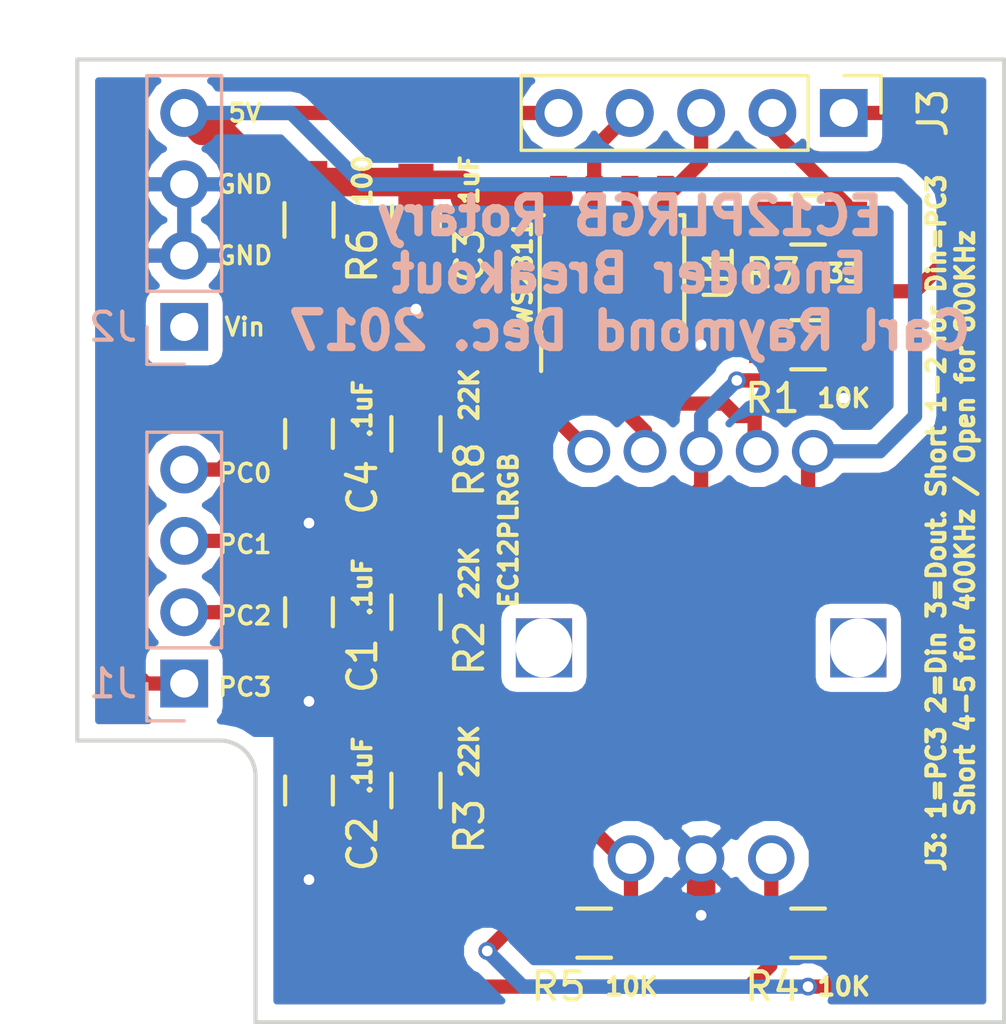
<source format=kicad_pcb>
(kicad_pcb (version 4) (host pcbnew 4.0.7)

  (general
    (links 35)
    (no_connects 0)
    (area 109.779999 53.264999 142.950001 87.705001)
    (thickness 1.6)
    (drawings 17)
    (tracks 134)
    (zones 0)
    (modules 17)
    (nets 19)
  )

  (page A4)
  (layers
    (0 F.Cu signal)
    (31 B.Cu signal)
    (32 B.Adhes user hide)
    (33 F.Adhes user hide)
    (34 B.Paste user)
    (35 F.Paste user)
    (36 B.SilkS user)
    (37 F.SilkS user)
    (38 B.Mask user)
    (39 F.Mask user)
    (40 Dwgs.User user)
    (41 Cmts.User user)
    (42 Eco1.User user)
    (43 Eco2.User user)
    (44 Edge.Cuts user)
    (45 Margin user)
    (46 B.CrtYd user)
    (47 F.CrtYd user)
    (48 B.Fab user)
    (49 F.Fab user)
  )

  (setup
    (last_trace_width 0.508)
    (user_trace_width 0.508)
    (user_trace_width 1.016)
    (trace_clearance 0.254)
    (zone_clearance 0.508)
    (zone_45_only yes)
    (trace_min 0.2)
    (segment_width 0.2)
    (edge_width 0.15)
    (via_size 0.635)
    (via_drill 0.381)
    (via_min_size 0.4)
    (via_min_drill 0.3)
    (uvia_size 0.3)
    (uvia_drill 0.1)
    (uvias_allowed no)
    (uvia_min_size 0.2)
    (uvia_min_drill 0.1)
    (pcb_text_width 0.3)
    (pcb_text_size 1.5 1.5)
    (mod_edge_width 0.15)
    (mod_text_size 1 1)
    (mod_text_width 0.15)
    (pad_size 1.7 1.7)
    (pad_drill 1)
    (pad_to_mask_clearance 0.2)
    (aux_axis_origin 103.505 79.375)
    (visible_elements FFFFEF7F)
    (pcbplotparams
      (layerselection 0x010f0_80000001)
      (usegerberextensions false)
      (excludeedgelayer false)
      (linewidth 0.100000)
      (plotframeref false)
      (viasonmask false)
      (mode 1)
      (useauxorigin false)
      (hpglpennumber 1)
      (hpglpenspeed 20)
      (hpglpendiameter 15)
      (hpglpenoverlay 2)
      (psnegative false)
      (psa4output false)
      (plotreference true)
      (plotvalue true)
      (plotinvisibletext false)
      (padsonsilk false)
      (subtractmaskfromsilk false)
      (outputformat 4)
      (mirror false)
      (drillshape 2)
      (scaleselection 1)
      (outputdirectory pdf/))
  )

  (net 0 "")
  (net 1 "Net-(C1-Pad1)")
  (net 2 GND)
  (net 3 "Net-(C2-Pad1)")
  (net 4 +5V)
  (net 5 "Net-(R2-Pad1)")
  (net 6 "Net-(R3-Pad1)")
  (net 7 "Net-(SW1-Pad2)")
  (net 8 "Net-(SW1-Pad1)")
  (net 9 "Net-(SW1-Pad4)")
  (net 10 "Net-(C3-Pad2)")
  (net 11 "Net-(C4-Pad1)")
  (net 12 "Net-(R1-Pad1)")
  (net 13 "Net-(R7-Pad1)")
  (net 14 "Net-(J3-Pad2)")
  (net 15 "Net-(J1-Pad1)")
  (net 16 "Net-(J2-Pad1)")
  (net 17 "Net-(J3-Pad4)")
  (net 18 "Net-(J3-Pad3)")

  (net_class Default "This is the default net class."
    (clearance 0.254)
    (trace_width 0.508)
    (via_dia 0.635)
    (via_drill 0.381)
    (uvia_dia 0.3)
    (uvia_drill 0.1)
    (add_net +5V)
    (add_net GND)
    (add_net "Net-(C1-Pad1)")
    (add_net "Net-(C2-Pad1)")
    (add_net "Net-(C3-Pad2)")
    (add_net "Net-(C4-Pad1)")
    (add_net "Net-(J1-Pad1)")
    (add_net "Net-(J2-Pad1)")
    (add_net "Net-(J3-Pad2)")
    (add_net "Net-(J3-Pad3)")
    (add_net "Net-(J3-Pad4)")
    (add_net "Net-(R1-Pad1)")
    (add_net "Net-(R2-Pad1)")
    (add_net "Net-(R3-Pad1)")
    (add_net "Net-(R7-Pad1)")
    (add_net "Net-(SW1-Pad1)")
    (add_net "Net-(SW1-Pad2)")
    (add_net "Net-(SW1-Pad4)")
  )

  (net_class Power ""
    (clearance 0.254)
    (trace_width 1.016)
    (via_dia 1.27)
    (via_drill 0.381)
    (uvia_dia 0.3)
    (uvia_drill 0.1)
  )

  (module lib_fp:EC12PLRGB_Rotary_Encoder (layer F.Cu) (tedit 5A46E4C3) (tstamp 5A221B47)
    (at 132.08 74.295)
    (path /5A49622F)
    (fp_text reference SW1 (at 8.495 0 90) (layer F.SilkS) hide
      (effects (font (size 1 1) (thickness 0.15)))
    )
    (fp_text value EC12PLRGB (at -6.858 -4.191 90) (layer F.SilkS)
      (effects (font (size 0.635 0.635) (thickness 0.15)))
    )
    (fp_line (start -6.223 6.604) (end 6.223 6.604) (layer F.CrtYd) (width 0.15))
    (fp_line (start -6.223 -6.604) (end -6.223 6.604) (layer F.CrtYd) (width 0.15))
    (fp_line (start 6.223 -6.604) (end -6.223 -6.604) (layer F.CrtYd) (width 0.15))
    (fp_line (start 6.223 -6.604) (end 6.223 6.604) (layer F.CrtYd) (width 0.15))
    (fp_line (start 6.223 6.604) (end 6.223 -6.604) (layer F.CrtYd) (width 0.15))
    (pad 3 thru_hole circle (at 0 -7) (size 1.524 1.524) (drill 1) (layers *.Cu *.Mask)
      (net 12 "Net-(R1-Pad1)"))
    (pad 2 thru_hole circle (at -2 -7) (size 1.524 1.524) (drill 1) (layers *.Cu *.Mask)
      (net 7 "Net-(SW1-Pad2)"))
    (pad 1 thru_hole circle (at -4 -7) (size 1.524 1.524) (drill 1) (layers *.Cu *.Mask)
      (net 8 "Net-(SW1-Pad1)"))
    (pad 4 thru_hole circle (at 2 -7) (size 1.524 1.524) (drill 1) (layers *.Cu *.Mask)
      (net 9 "Net-(SW1-Pad4)"))
    (pad 5 thru_hole circle (at 4 -7) (size 1.524 1.524) (drill 1) (layers *.Cu *.Mask)
      (net 4 +5V))
    (pad C thru_hole circle (at 0 7.5) (size 1.65 1.65) (drill 1.1) (layers *.Cu *.Mask)
      (net 2 GND))
    (pad A thru_hole circle (at -2.5 7.5) (size 1.65 1.65) (drill 1.1) (layers *.Cu *.Mask)
      (net 5 "Net-(R2-Pad1)"))
    (pad B thru_hole circle (at 2.5 7.5) (size 1.65 1.65) (drill 1.1) (layers *.Cu *.Mask)
      (net 6 "Net-(R3-Pad1)"))
    (pad "" np_thru_hole rect (at -5.6 0) (size 2 2.1) (drill oval 2 2.1) (layers *.Cu *.Mask))
    (pad "" np_thru_hole rect (at 5.6 0) (size 2 2.1) (drill oval 2 2.1) (layers *.Cu *.Mask))
  )

  (module lib_fp:C_0805_HandSoldering (layer F.Cu) (tedit 5A28DE31) (tstamp 5A2DF03E)
    (at 118.11 73.025 270)
    (descr "Capacitor SMD 0805, hand soldering")
    (tags "capacitor 0805")
    (path /5A221690)
    (attr smd)
    (fp_text reference C1 (at 1.905 -1.905 270) (layer F.SilkS)
      (effects (font (size 1 1) (thickness 0.15)))
    )
    (fp_text value .1uF (at -0.889 -1.905 270) (layer F.SilkS)
      (effects (font (size 0.635 0.635) (thickness 0.15)))
    )
    (fp_line (start -1 0.625) (end -1 -0.625) (layer F.Fab) (width 0.15))
    (fp_line (start 1 0.625) (end -1 0.625) (layer F.Fab) (width 0.15))
    (fp_line (start 1 -0.625) (end 1 0.625) (layer F.Fab) (width 0.15))
    (fp_line (start -1 -0.625) (end 1 -0.625) (layer F.Fab) (width 0.15))
    (fp_line (start -2.3 -1) (end 2.3 -1) (layer F.CrtYd) (width 0.05))
    (fp_line (start -2.3 1) (end 2.3 1) (layer F.CrtYd) (width 0.05))
    (fp_line (start -2.3 -1) (end -2.3 1) (layer F.CrtYd) (width 0.05))
    (fp_line (start 2.3 -1) (end 2.3 1) (layer F.CrtYd) (width 0.05))
    (fp_line (start 0.5 -0.85) (end -0.5 -0.85) (layer F.SilkS) (width 0.15))
    (fp_line (start -0.5 0.85) (end 0.5 0.85) (layer F.SilkS) (width 0.15))
    (pad 1 smd rect (at -1.25 0 270) (size 1.5 1.25) (layers F.Cu F.Paste F.Mask)
      (net 1 "Net-(C1-Pad1)"))
    (pad 2 smd rect (at 1.25 0 270) (size 1.5 1.25) (layers F.Cu F.Paste F.Mask)
      (net 2 GND))
    (model Capacitors_SMD.3dshapes/C_0805.wrl
      (at (xyz 0 0 0))
      (scale (xyz 1 1 1))
      (rotate (xyz 0 0 0))
    )
  )

  (module lib_fp:C_0805_HandSoldering (layer F.Cu) (tedit 5A28DE31) (tstamp 5A2DF04D)
    (at 118.11 79.375 270)
    (descr "Capacitor SMD 0805, hand soldering")
    (tags "capacitor 0805")
    (path /5A2216CB)
    (attr smd)
    (fp_text reference C2 (at 1.905 -1.905 270) (layer F.SilkS)
      (effects (font (size 1 1) (thickness 0.15)))
    )
    (fp_text value .1uF (at -0.889 -1.905 270) (layer F.SilkS)
      (effects (font (size 0.635 0.635) (thickness 0.15)))
    )
    (fp_line (start -1 0.625) (end -1 -0.625) (layer F.Fab) (width 0.15))
    (fp_line (start 1 0.625) (end -1 0.625) (layer F.Fab) (width 0.15))
    (fp_line (start 1 -0.625) (end 1 0.625) (layer F.Fab) (width 0.15))
    (fp_line (start -1 -0.625) (end 1 -0.625) (layer F.Fab) (width 0.15))
    (fp_line (start -2.3 -1) (end 2.3 -1) (layer F.CrtYd) (width 0.05))
    (fp_line (start -2.3 1) (end 2.3 1) (layer F.CrtYd) (width 0.05))
    (fp_line (start -2.3 -1) (end -2.3 1) (layer F.CrtYd) (width 0.05))
    (fp_line (start 2.3 -1) (end 2.3 1) (layer F.CrtYd) (width 0.05))
    (fp_line (start 0.5 -0.85) (end -0.5 -0.85) (layer F.SilkS) (width 0.15))
    (fp_line (start -0.5 0.85) (end 0.5 0.85) (layer F.SilkS) (width 0.15))
    (pad 1 smd rect (at -1.25 0 270) (size 1.5 1.25) (layers F.Cu F.Paste F.Mask)
      (net 3 "Net-(C2-Pad1)"))
    (pad 2 smd rect (at 1.25 0 270) (size 1.5 1.25) (layers F.Cu F.Paste F.Mask)
      (net 2 GND))
    (model Capacitors_SMD.3dshapes/C_0805.wrl
      (at (xyz 0 0 0))
      (scale (xyz 1 1 1))
      (rotate (xyz 0 0 0))
    )
  )

  (module lib_fp:C_0805_HandSoldering (layer F.Cu) (tedit 5A28DE31) (tstamp 5A2DF05C)
    (at 121.92 59.055 90)
    (descr "Capacitor SMD 0805, hand soldering")
    (tags "capacitor 0805")
    (path /5A22280E)
    (attr smd)
    (fp_text reference C3 (at -1.27 1.905 90) (layer F.SilkS)
      (effects (font (size 1 1) (thickness 0.15)))
    )
    (fp_text value .1uF (at 1.27 1.905 90) (layer F.SilkS)
      (effects (font (size 0.635 0.635) (thickness 0.15)))
    )
    (fp_line (start -1 0.625) (end -1 -0.625) (layer F.Fab) (width 0.15))
    (fp_line (start 1 0.625) (end -1 0.625) (layer F.Fab) (width 0.15))
    (fp_line (start 1 -0.625) (end 1 0.625) (layer F.Fab) (width 0.15))
    (fp_line (start -1 -0.625) (end 1 -0.625) (layer F.Fab) (width 0.15))
    (fp_line (start -2.3 -1) (end 2.3 -1) (layer F.CrtYd) (width 0.05))
    (fp_line (start -2.3 1) (end 2.3 1) (layer F.CrtYd) (width 0.05))
    (fp_line (start -2.3 -1) (end -2.3 1) (layer F.CrtYd) (width 0.05))
    (fp_line (start 2.3 -1) (end 2.3 1) (layer F.CrtYd) (width 0.05))
    (fp_line (start 0.5 -0.85) (end -0.5 -0.85) (layer F.SilkS) (width 0.15))
    (fp_line (start -0.5 0.85) (end 0.5 0.85) (layer F.SilkS) (width 0.15))
    (pad 1 smd rect (at -1.25 0 90) (size 1.5 1.25) (layers F.Cu F.Paste F.Mask)
      (net 2 GND))
    (pad 2 smd rect (at 1.25 0 90) (size 1.5 1.25) (layers F.Cu F.Paste F.Mask)
      (net 10 "Net-(C3-Pad2)"))
    (model Capacitors_SMD.3dshapes/C_0805.wrl
      (at (xyz 0 0 0))
      (scale (xyz 1 1 1))
      (rotate (xyz 0 0 0))
    )
  )

  (module lib_fp:C_0805_HandSoldering (layer F.Cu) (tedit 5A28DE31) (tstamp 5A2DF06B)
    (at 118.11 66.675 270)
    (descr "Capacitor SMD 0805, hand soldering")
    (tags "capacitor 0805")
    (path /5A233F5E)
    (attr smd)
    (fp_text reference C4 (at 1.905 -1.905 270) (layer F.SilkS)
      (effects (font (size 1 1) (thickness 0.15)))
    )
    (fp_text value .1uF (at -0.889 -1.905 270) (layer F.SilkS)
      (effects (font (size 0.635 0.635) (thickness 0.15)))
    )
    (fp_line (start -1 0.625) (end -1 -0.625) (layer F.Fab) (width 0.15))
    (fp_line (start 1 0.625) (end -1 0.625) (layer F.Fab) (width 0.15))
    (fp_line (start 1 -0.625) (end 1 0.625) (layer F.Fab) (width 0.15))
    (fp_line (start -1 -0.625) (end 1 -0.625) (layer F.Fab) (width 0.15))
    (fp_line (start -2.3 -1) (end 2.3 -1) (layer F.CrtYd) (width 0.05))
    (fp_line (start -2.3 1) (end 2.3 1) (layer F.CrtYd) (width 0.05))
    (fp_line (start -2.3 -1) (end -2.3 1) (layer F.CrtYd) (width 0.05))
    (fp_line (start 2.3 -1) (end 2.3 1) (layer F.CrtYd) (width 0.05))
    (fp_line (start 0.5 -0.85) (end -0.5 -0.85) (layer F.SilkS) (width 0.15))
    (fp_line (start -0.5 0.85) (end 0.5 0.85) (layer F.SilkS) (width 0.15))
    (pad 1 smd rect (at -1.25 0 270) (size 1.5 1.25) (layers F.Cu F.Paste F.Mask)
      (net 11 "Net-(C4-Pad1)"))
    (pad 2 smd rect (at 1.25 0 270) (size 1.5 1.25) (layers F.Cu F.Paste F.Mask)
      (net 2 GND))
    (model Capacitors_SMD.3dshapes/C_0805.wrl
      (at (xyz 0 0 0))
      (scale (xyz 1 1 1))
      (rotate (xyz 0 0 0))
    )
  )

  (module lib_fp:Pin_Header_Straight_1x04_Pitch2.54mm (layer B.Cu) (tedit 59650532) (tstamp 5A2DF07A)
    (at 113.665 75.565)
    (descr "Through hole straight pin header, 1x04, 2.54mm pitch, single row")
    (tags "Through hole pin header THT 1x04 2.54mm single row")
    (path /5A222349)
    (fp_text reference J1 (at -2.54 0) (layer B.SilkS)
      (effects (font (size 1 1) (thickness 0.15)) (justify mirror))
    )
    (fp_text value Conn_01x04_Male (at -5.715 -2.54 270) (layer B.Fab)
      (effects (font (size 1 1) (thickness 0.15)) (justify mirror))
    )
    (fp_line (start -0.635 1.27) (end 1.27 1.27) (layer B.Fab) (width 0.1))
    (fp_line (start 1.27 1.27) (end 1.27 -8.89) (layer B.Fab) (width 0.1))
    (fp_line (start 1.27 -8.89) (end -1.27 -8.89) (layer B.Fab) (width 0.1))
    (fp_line (start -1.27 -8.89) (end -1.27 0.635) (layer B.Fab) (width 0.1))
    (fp_line (start -1.27 0.635) (end -0.635 1.27) (layer B.Fab) (width 0.1))
    (fp_line (start -1.33 -8.95) (end 1.33 -8.95) (layer B.SilkS) (width 0.12))
    (fp_line (start -1.33 -1.27) (end -1.33 -8.95) (layer B.SilkS) (width 0.12))
    (fp_line (start 1.33 -1.27) (end 1.33 -8.95) (layer B.SilkS) (width 0.12))
    (fp_line (start -1.33 -1.27) (end 1.33 -1.27) (layer B.SilkS) (width 0.12))
    (fp_line (start -1.33 0) (end -1.33 1.33) (layer B.SilkS) (width 0.12))
    (fp_line (start -1.33 1.33) (end 0 1.33) (layer B.SilkS) (width 0.12))
    (fp_line (start -1.8 1.8) (end -1.8 -9.4) (layer B.CrtYd) (width 0.05))
    (fp_line (start -1.8 -9.4) (end 1.8 -9.4) (layer B.CrtYd) (width 0.05))
    (fp_line (start 1.8 -9.4) (end 1.8 1.8) (layer B.CrtYd) (width 0.05))
    (fp_line (start 1.8 1.8) (end -1.8 1.8) (layer B.CrtYd) (width 0.05))
    (fp_text user %R (at -1.905 1.27 90) (layer F.Fab)
      (effects (font (size 1 1) (thickness 0.15)))
    )
    (pad 1 thru_hole rect (at 0 0) (size 1.7 1.7) (drill 1) (layers *.Cu *.Mask)
      (net 15 "Net-(J1-Pad1)"))
    (pad 2 thru_hole oval (at 0 -2.54) (size 1.7 1.7) (drill 1) (layers *.Cu *.Mask)
      (net 3 "Net-(C2-Pad1)"))
    (pad 3 thru_hole oval (at 0 -5.08) (size 1.7 1.7) (drill 1) (layers *.Cu *.Mask)
      (net 1 "Net-(C1-Pad1)"))
    (pad 4 thru_hole oval (at 0 -7.62) (size 1.7 1.7) (drill 1) (layers *.Cu *.Mask)
      (net 11 "Net-(C4-Pad1)"))
    (model ${KISYS3DMOD}/Pin_Headers.3dshapes/Pin_Header_Straight_1x04_Pitch2.54mm.wrl
      (at (xyz 0 0 0))
      (scale (xyz 1 1 1))
      (rotate (xyz 0 0 0))
    )
  )

  (module lib_fp:Pin_Header_Straight_1x04_Pitch2.54mm (layer B.Cu) (tedit 59650532) (tstamp 5A2DF091)
    (at 113.665 62.865)
    (descr "Through hole straight pin header, 1x04, 2.54mm pitch, single row")
    (tags "Through hole pin header THT 1x04 2.54mm single row")
    (path /5A22155E)
    (fp_text reference J2 (at -2.54 0) (layer B.SilkS)
      (effects (font (size 1 1) (thickness 0.15)) (justify mirror))
    )
    (fp_text value Conn_01x04_Male (at -5.715 -2.54 270) (layer B.Fab)
      (effects (font (size 1 1) (thickness 0.15)) (justify mirror))
    )
    (fp_line (start -0.635 1.27) (end 1.27 1.27) (layer B.Fab) (width 0.1))
    (fp_line (start 1.27 1.27) (end 1.27 -8.89) (layer B.Fab) (width 0.1))
    (fp_line (start 1.27 -8.89) (end -1.27 -8.89) (layer B.Fab) (width 0.1))
    (fp_line (start -1.27 -8.89) (end -1.27 0.635) (layer B.Fab) (width 0.1))
    (fp_line (start -1.27 0.635) (end -0.635 1.27) (layer B.Fab) (width 0.1))
    (fp_line (start -1.33 -8.95) (end 1.33 -8.95) (layer B.SilkS) (width 0.12))
    (fp_line (start -1.33 -1.27) (end -1.33 -8.95) (layer B.SilkS) (width 0.12))
    (fp_line (start 1.33 -1.27) (end 1.33 -8.95) (layer B.SilkS) (width 0.12))
    (fp_line (start -1.33 -1.27) (end 1.33 -1.27) (layer B.SilkS) (width 0.12))
    (fp_line (start -1.33 0) (end -1.33 1.33) (layer B.SilkS) (width 0.12))
    (fp_line (start -1.33 1.33) (end 0 1.33) (layer B.SilkS) (width 0.12))
    (fp_line (start -1.8 1.8) (end -1.8 -9.4) (layer B.CrtYd) (width 0.05))
    (fp_line (start -1.8 -9.4) (end 1.8 -9.4) (layer B.CrtYd) (width 0.05))
    (fp_line (start 1.8 -9.4) (end 1.8 1.8) (layer B.CrtYd) (width 0.05))
    (fp_line (start 1.8 1.8) (end -1.8 1.8) (layer B.CrtYd) (width 0.05))
    (fp_text user %R (at -1.905 1.27 90) (layer F.Fab)
      (effects (font (size 1 1) (thickness 0.15)))
    )
    (pad 1 thru_hole rect (at 0 0) (size 1.7 1.7) (drill 1) (layers *.Cu *.Mask)
      (net 16 "Net-(J2-Pad1)"))
    (pad 2 thru_hole oval (at 0 -2.54) (size 1.7 1.7) (drill 1) (layers *.Cu *.Mask)
      (net 2 GND))
    (pad 3 thru_hole oval (at 0 -5.08) (size 1.7 1.7) (drill 1) (layers *.Cu *.Mask)
      (net 2 GND))
    (pad 4 thru_hole oval (at 0 -7.62) (size 1.7 1.7) (drill 1) (layers *.Cu *.Mask)
      (net 4 +5V))
    (model ${KISYS3DMOD}/Pin_Headers.3dshapes/Pin_Header_Straight_1x04_Pitch2.54mm.wrl
      (at (xyz 0 0 0))
      (scale (xyz 1 1 1))
      (rotate (xyz 0 0 0))
    )
  )

  (module lib_fp:Pin_Header_Straight_1x05_Pitch2.54mm (layer F.Cu) (tedit 59650532) (tstamp 5A2DF0A8)
    (at 137.16 55.245 270)
    (descr "Through hole straight pin header, 1x05, 2.54mm pitch, single row")
    (tags "Through hole pin header THT 1x05 2.54mm single row")
    (path /5A28BDF7)
    (fp_text reference J3 (at 0 -3.175 450) (layer F.SilkS)
      (effects (font (size 1 1) (thickness 0.15)))
    )
    (fp_text value Conn_01x05_Male (at -3.175 4.445 360) (layer F.Fab)
      (effects (font (size 1 1) (thickness 0.15)))
    )
    (fp_line (start -0.635 -1.27) (end 1.27 -1.27) (layer F.Fab) (width 0.1))
    (fp_line (start 1.27 -1.27) (end 1.27 11.43) (layer F.Fab) (width 0.1))
    (fp_line (start 1.27 11.43) (end -1.27 11.43) (layer F.Fab) (width 0.1))
    (fp_line (start -1.27 11.43) (end -1.27 -0.635) (layer F.Fab) (width 0.1))
    (fp_line (start -1.27 -0.635) (end -0.635 -1.27) (layer F.Fab) (width 0.1))
    (fp_line (start -1.33 11.49) (end 1.33 11.49) (layer F.SilkS) (width 0.12))
    (fp_line (start -1.33 1.27) (end -1.33 11.49) (layer F.SilkS) (width 0.12))
    (fp_line (start 1.33 1.27) (end 1.33 11.49) (layer F.SilkS) (width 0.12))
    (fp_line (start -1.33 1.27) (end 1.33 1.27) (layer F.SilkS) (width 0.12))
    (fp_line (start -1.33 0) (end -1.33 -1.33) (layer F.SilkS) (width 0.12))
    (fp_line (start -1.33 -1.33) (end 0 -1.33) (layer F.SilkS) (width 0.12))
    (fp_line (start -1.8 -1.8) (end -1.8 11.95) (layer F.CrtYd) (width 0.05))
    (fp_line (start -1.8 11.95) (end 1.8 11.95) (layer F.CrtYd) (width 0.05))
    (fp_line (start 1.8 11.95) (end 1.8 -1.8) (layer F.CrtYd) (width 0.05))
    (fp_line (start 1.8 -1.8) (end -1.8 -1.8) (layer F.CrtYd) (width 0.05))
    (fp_text user %R (at 0 5.08 360) (layer F.Fab)
      (effects (font (size 1 1) (thickness 0.15)))
    )
    (pad 1 thru_hole rect (at 0 0 270) (size 1.7 1.7) (drill 1) (layers *.Cu *.Mask)
      (net 15 "Net-(J1-Pad1)"))
    (pad 2 thru_hole oval (at 0 2.54 270) (size 1.7 1.7) (drill 1) (layers *.Cu *.Mask)
      (net 14 "Net-(J3-Pad2)"))
    (pad 3 thru_hole oval (at 0 5.08 270) (size 1.7 1.7) (drill 1) (layers *.Cu *.Mask)
      (net 18 "Net-(J3-Pad3)"))
    (pad 4 thru_hole oval (at 0 7.62 270) (size 1.7 1.7) (drill 1) (layers *.Cu *.Mask)
      (net 17 "Net-(J3-Pad4)"))
    (pad 5 thru_hole oval (at 0 10.16 270) (size 1.7 1.7) (drill 1) (layers *.Cu *.Mask)
      (net 4 +5V))
    (model ${KISYS3DMOD}/Pin_Headers.3dshapes/Pin_Header_Straight_1x05_Pitch2.54mm.wrl
      (at (xyz 0 0 0))
      (scale (xyz 1 1 1))
      (rotate (xyz 0 0 0))
    )
  )

  (module lib_fp:R_0805_HandSoldering (layer F.Cu) (tedit 5A28DF52) (tstamp 5A2DF0C0)
    (at 135.89 63.5)
    (descr "Resistor SMD 0805, hand soldering")
    (tags "resistor 0805")
    (path /5A22251D)
    (attr smd)
    (fp_text reference R1 (at -1.27 1.905 180) (layer F.SilkS)
      (effects (font (size 1 1) (thickness 0.15)))
    )
    (fp_text value 10K (at 1.27 1.905) (layer F.SilkS)
      (effects (font (size 0.635 0.635) (thickness 0.15)))
    )
    (fp_line (start -1 0.625) (end -1 -0.625) (layer F.Fab) (width 0.1))
    (fp_line (start 1 0.625) (end -1 0.625) (layer F.Fab) (width 0.1))
    (fp_line (start 1 -0.625) (end 1 0.625) (layer F.Fab) (width 0.1))
    (fp_line (start -1 -0.625) (end 1 -0.625) (layer F.Fab) (width 0.1))
    (fp_line (start -2.4 -1) (end 2.4 -1) (layer F.CrtYd) (width 0.05))
    (fp_line (start -2.4 1) (end 2.4 1) (layer F.CrtYd) (width 0.05))
    (fp_line (start -2.4 -1) (end -2.4 1) (layer F.CrtYd) (width 0.05))
    (fp_line (start 2.4 -1) (end 2.4 1) (layer F.CrtYd) (width 0.05))
    (fp_line (start 0.6 0.875) (end -0.6 0.875) (layer F.SilkS) (width 0.15))
    (fp_line (start -0.6 -0.875) (end 0.6 -0.875) (layer F.SilkS) (width 0.15))
    (pad 1 smd rect (at -1.35 0) (size 1.5 1.3) (layers F.Cu F.Paste F.Mask)
      (net 12 "Net-(R1-Pad1)"))
    (pad 2 smd rect (at 1.35 0) (size 1.5 1.3) (layers F.Cu F.Paste F.Mask)
      (net 2 GND))
    (model Resistors_SMD.3dshapes/R_0805.wrl
      (at (xyz 0 0 0))
      (scale (xyz 1 1 1))
      (rotate (xyz 0 0 0))
    )
  )

  (module lib_fp:R_0805_HandSoldering (layer F.Cu) (tedit 5A28DF52) (tstamp 5A2DF0CF)
    (at 121.92 73.025 90)
    (descr "Resistor SMD 0805, hand soldering")
    (tags "resistor 0805")
    (path /5A221649)
    (attr smd)
    (fp_text reference R2 (at -1.27 1.905 270) (layer F.SilkS)
      (effects (font (size 1 1) (thickness 0.15)))
    )
    (fp_text value 22K (at 1.397 1.905 90) (layer F.SilkS)
      (effects (font (size 0.635 0.635) (thickness 0.15)))
    )
    (fp_line (start -1 0.625) (end -1 -0.625) (layer F.Fab) (width 0.1))
    (fp_line (start 1 0.625) (end -1 0.625) (layer F.Fab) (width 0.1))
    (fp_line (start 1 -0.625) (end 1 0.625) (layer F.Fab) (width 0.1))
    (fp_line (start -1 -0.625) (end 1 -0.625) (layer F.Fab) (width 0.1))
    (fp_line (start -2.4 -1) (end 2.4 -1) (layer F.CrtYd) (width 0.05))
    (fp_line (start -2.4 1) (end 2.4 1) (layer F.CrtYd) (width 0.05))
    (fp_line (start -2.4 -1) (end -2.4 1) (layer F.CrtYd) (width 0.05))
    (fp_line (start 2.4 -1) (end 2.4 1) (layer F.CrtYd) (width 0.05))
    (fp_line (start 0.6 0.875) (end -0.6 0.875) (layer F.SilkS) (width 0.15))
    (fp_line (start -0.6 -0.875) (end 0.6 -0.875) (layer F.SilkS) (width 0.15))
    (pad 1 smd rect (at -1.35 0 90) (size 1.5 1.3) (layers F.Cu F.Paste F.Mask)
      (net 5 "Net-(R2-Pad1)"))
    (pad 2 smd rect (at 1.35 0 90) (size 1.5 1.3) (layers F.Cu F.Paste F.Mask)
      (net 1 "Net-(C1-Pad1)"))
    (model Resistors_SMD.3dshapes/R_0805.wrl
      (at (xyz 0 0 0))
      (scale (xyz 1 1 1))
      (rotate (xyz 0 0 0))
    )
  )

  (module lib_fp:R_0805_HandSoldering (layer F.Cu) (tedit 5A28DF52) (tstamp 5A2DF0DE)
    (at 121.92 79.375 90)
    (descr "Resistor SMD 0805, hand soldering")
    (tags "resistor 0805")
    (path /5A22170A)
    (attr smd)
    (fp_text reference R3 (at -1.27 1.905 270) (layer F.SilkS)
      (effects (font (size 1 1) (thickness 0.15)))
    )
    (fp_text value 22K (at 1.397 1.905 90) (layer F.SilkS)
      (effects (font (size 0.635 0.635) (thickness 0.15)))
    )
    (fp_line (start -1 0.625) (end -1 -0.625) (layer F.Fab) (width 0.1))
    (fp_line (start 1 0.625) (end -1 0.625) (layer F.Fab) (width 0.1))
    (fp_line (start 1 -0.625) (end 1 0.625) (layer F.Fab) (width 0.1))
    (fp_line (start -1 -0.625) (end 1 -0.625) (layer F.Fab) (width 0.1))
    (fp_line (start -2.4 -1) (end 2.4 -1) (layer F.CrtYd) (width 0.05))
    (fp_line (start -2.4 1) (end 2.4 1) (layer F.CrtYd) (width 0.05))
    (fp_line (start -2.4 -1) (end -2.4 1) (layer F.CrtYd) (width 0.05))
    (fp_line (start 2.4 -1) (end 2.4 1) (layer F.CrtYd) (width 0.05))
    (fp_line (start 0.6 0.875) (end -0.6 0.875) (layer F.SilkS) (width 0.15))
    (fp_line (start -0.6 -0.875) (end 0.6 -0.875) (layer F.SilkS) (width 0.15))
    (pad 1 smd rect (at -1.35 0 90) (size 1.5 1.3) (layers F.Cu F.Paste F.Mask)
      (net 6 "Net-(R3-Pad1)"))
    (pad 2 smd rect (at 1.35 0 90) (size 1.5 1.3) (layers F.Cu F.Paste F.Mask)
      (net 3 "Net-(C2-Pad1)"))
    (model Resistors_SMD.3dshapes/R_0805.wrl
      (at (xyz 0 0 0))
      (scale (xyz 1 1 1))
      (rotate (xyz 0 0 0))
    )
  )

  (module lib_fp:R_0805_HandSoldering (layer F.Cu) (tedit 5A28DF52) (tstamp 5A2DF0ED)
    (at 135.89 84.455 180)
    (descr "Resistor SMD 0805, hand soldering")
    (tags "resistor 0805")
    (path /5A221747)
    (attr smd)
    (fp_text reference R4 (at 1.27 -1.905 360) (layer F.SilkS)
      (effects (font (size 1 1) (thickness 0.15)))
    )
    (fp_text value 10K (at -1.27 -1.905 180) (layer F.SilkS)
      (effects (font (size 0.635 0.635) (thickness 0.15)))
    )
    (fp_line (start -1 0.625) (end -1 -0.625) (layer F.Fab) (width 0.1))
    (fp_line (start 1 0.625) (end -1 0.625) (layer F.Fab) (width 0.1))
    (fp_line (start 1 -0.625) (end 1 0.625) (layer F.Fab) (width 0.1))
    (fp_line (start -1 -0.625) (end 1 -0.625) (layer F.Fab) (width 0.1))
    (fp_line (start -2.4 -1) (end 2.4 -1) (layer F.CrtYd) (width 0.05))
    (fp_line (start -2.4 1) (end 2.4 1) (layer F.CrtYd) (width 0.05))
    (fp_line (start -2.4 -1) (end -2.4 1) (layer F.CrtYd) (width 0.05))
    (fp_line (start 2.4 -1) (end 2.4 1) (layer F.CrtYd) (width 0.05))
    (fp_line (start 0.6 0.875) (end -0.6 0.875) (layer F.SilkS) (width 0.15))
    (fp_line (start -0.6 -0.875) (end 0.6 -0.875) (layer F.SilkS) (width 0.15))
    (pad 1 smd rect (at -1.35 0 180) (size 1.5 1.3) (layers F.Cu F.Paste F.Mask)
      (net 4 +5V))
    (pad 2 smd rect (at 1.35 0 180) (size 1.5 1.3) (layers F.Cu F.Paste F.Mask)
      (net 6 "Net-(R3-Pad1)"))
    (model Resistors_SMD.3dshapes/R_0805.wrl
      (at (xyz 0 0 0))
      (scale (xyz 1 1 1))
      (rotate (xyz 0 0 0))
    )
  )

  (module lib_fp:R_0805_HandSoldering (layer F.Cu) (tedit 5A28DF52) (tstamp 5A2DF0FC)
    (at 128.27 84.455)
    (descr "Resistor SMD 0805, hand soldering")
    (tags "resistor 0805")
    (path /5A22160F)
    (attr smd)
    (fp_text reference R5 (at -1.27 1.905 180) (layer F.SilkS)
      (effects (font (size 1 1) (thickness 0.15)))
    )
    (fp_text value 10K (at 1.33 1.905) (layer F.SilkS)
      (effects (font (size 0.635 0.635) (thickness 0.15)))
    )
    (fp_line (start -1 0.625) (end -1 -0.625) (layer F.Fab) (width 0.1))
    (fp_line (start 1 0.625) (end -1 0.625) (layer F.Fab) (width 0.1))
    (fp_line (start 1 -0.625) (end 1 0.625) (layer F.Fab) (width 0.1))
    (fp_line (start -1 -0.625) (end 1 -0.625) (layer F.Fab) (width 0.1))
    (fp_line (start -2.4 -1) (end 2.4 -1) (layer F.CrtYd) (width 0.05))
    (fp_line (start -2.4 1) (end 2.4 1) (layer F.CrtYd) (width 0.05))
    (fp_line (start -2.4 -1) (end -2.4 1) (layer F.CrtYd) (width 0.05))
    (fp_line (start 2.4 -1) (end 2.4 1) (layer F.CrtYd) (width 0.05))
    (fp_line (start 0.6 0.875) (end -0.6 0.875) (layer F.SilkS) (width 0.15))
    (fp_line (start -0.6 -0.875) (end 0.6 -0.875) (layer F.SilkS) (width 0.15))
    (pad 1 smd rect (at -1.35 0) (size 1.5 1.3) (layers F.Cu F.Paste F.Mask)
      (net 4 +5V))
    (pad 2 smd rect (at 1.35 0) (size 1.5 1.3) (layers F.Cu F.Paste F.Mask)
      (net 5 "Net-(R2-Pad1)"))
    (model Resistors_SMD.3dshapes/R_0805.wrl
      (at (xyz 0 0 0))
      (scale (xyz 1 1 1))
      (rotate (xyz 0 0 0))
    )
  )

  (module lib_fp:R_0805_HandSoldering (layer F.Cu) (tedit 5A28DF52) (tstamp 5A2DF10B)
    (at 118.11 59.055 90)
    (descr "Resistor SMD 0805, hand soldering")
    (tags "resistor 0805")
    (path /5A22270B)
    (attr smd)
    (fp_text reference R6 (at -1.27 1.905 270) (layer F.SilkS)
      (effects (font (size 1 1) (thickness 0.15)))
    )
    (fp_text value 100 (at 1.397 1.905 90) (layer F.SilkS)
      (effects (font (size 0.635 0.635) (thickness 0.15)))
    )
    (fp_line (start -1 0.625) (end -1 -0.625) (layer F.Fab) (width 0.1))
    (fp_line (start 1 0.625) (end -1 0.625) (layer F.Fab) (width 0.1))
    (fp_line (start 1 -0.625) (end 1 0.625) (layer F.Fab) (width 0.1))
    (fp_line (start -1 -0.625) (end 1 -0.625) (layer F.Fab) (width 0.1))
    (fp_line (start -2.4 -1) (end 2.4 -1) (layer F.CrtYd) (width 0.05))
    (fp_line (start -2.4 1) (end 2.4 1) (layer F.CrtYd) (width 0.05))
    (fp_line (start -2.4 -1) (end -2.4 1) (layer F.CrtYd) (width 0.05))
    (fp_line (start 2.4 -1) (end 2.4 1) (layer F.CrtYd) (width 0.05))
    (fp_line (start 0.6 0.875) (end -0.6 0.875) (layer F.SilkS) (width 0.15))
    (fp_line (start -0.6 -0.875) (end 0.6 -0.875) (layer F.SilkS) (width 0.15))
    (pad 1 smd rect (at -1.35 0 90) (size 1.5 1.3) (layers F.Cu F.Paste F.Mask)
      (net 4 +5V))
    (pad 2 smd rect (at 1.35 0 90) (size 1.5 1.3) (layers F.Cu F.Paste F.Mask)
      (net 10 "Net-(C3-Pad2)"))
    (model Resistors_SMD.3dshapes/R_0805.wrl
      (at (xyz 0 0 0))
      (scale (xyz 1 1 1))
      (rotate (xyz 0 0 0))
    )
  )

  (module lib_fp:R_0805_HandSoldering (layer F.Cu) (tedit 5A28DF52) (tstamp 5A2DF11A)
    (at 135.89 59.055)
    (descr "Resistor SMD 0805, hand soldering")
    (tags "resistor 0805")
    (path /5A222BBB)
    (attr smd)
    (fp_text reference R7 (at -1.27 1.905 180) (layer F.SilkS)
      (effects (font (size 1 1) (thickness 0.15)))
    )
    (fp_text value 33 (at 1.27 1.905) (layer F.SilkS)
      (effects (font (size 0.635 0.635) (thickness 0.15)))
    )
    (fp_line (start -1 0.625) (end -1 -0.625) (layer F.Fab) (width 0.1))
    (fp_line (start 1 0.625) (end -1 0.625) (layer F.Fab) (width 0.1))
    (fp_line (start 1 -0.625) (end 1 0.625) (layer F.Fab) (width 0.1))
    (fp_line (start -1 -0.625) (end 1 -0.625) (layer F.Fab) (width 0.1))
    (fp_line (start -2.4 -1) (end 2.4 -1) (layer F.CrtYd) (width 0.05))
    (fp_line (start -2.4 1) (end 2.4 1) (layer F.CrtYd) (width 0.05))
    (fp_line (start -2.4 -1) (end -2.4 1) (layer F.CrtYd) (width 0.05))
    (fp_line (start 2.4 -1) (end 2.4 1) (layer F.CrtYd) (width 0.05))
    (fp_line (start 0.6 0.875) (end -0.6 0.875) (layer F.SilkS) (width 0.15))
    (fp_line (start -0.6 -0.875) (end 0.6 -0.875) (layer F.SilkS) (width 0.15))
    (pad 1 smd rect (at -1.35 0) (size 1.5 1.3) (layers F.Cu F.Paste F.Mask)
      (net 13 "Net-(R7-Pad1)"))
    (pad 2 smd rect (at 1.35 0) (size 1.5 1.3) (layers F.Cu F.Paste F.Mask)
      (net 14 "Net-(J3-Pad2)"))
    (model Resistors_SMD.3dshapes/R_0805.wrl
      (at (xyz 0 0 0))
      (scale (xyz 1 1 1))
      (rotate (xyz 0 0 0))
    )
  )

  (module lib_fp:R_0805_HandSoldering (layer F.Cu) (tedit 5A28DF52) (tstamp 5A2DF129)
    (at 121.92 66.675 90)
    (descr "Resistor SMD 0805, hand soldering")
    (tags "resistor 0805")
    (path /5A233FB6)
    (attr smd)
    (fp_text reference R8 (at -1.27 1.905 270) (layer F.SilkS)
      (effects (font (size 1 1) (thickness 0.15)))
    )
    (fp_text value 22K (at 1.397 1.905 90) (layer F.SilkS)
      (effects (font (size 0.635 0.635) (thickness 0.15)))
    )
    (fp_line (start -1 0.625) (end -1 -0.625) (layer F.Fab) (width 0.1))
    (fp_line (start 1 0.625) (end -1 0.625) (layer F.Fab) (width 0.1))
    (fp_line (start 1 -0.625) (end 1 0.625) (layer F.Fab) (width 0.1))
    (fp_line (start -1 -0.625) (end 1 -0.625) (layer F.Fab) (width 0.1))
    (fp_line (start -2.4 -1) (end 2.4 -1) (layer F.CrtYd) (width 0.05))
    (fp_line (start -2.4 1) (end 2.4 1) (layer F.CrtYd) (width 0.05))
    (fp_line (start -2.4 -1) (end -2.4 1) (layer F.CrtYd) (width 0.05))
    (fp_line (start 2.4 -1) (end 2.4 1) (layer F.CrtYd) (width 0.05))
    (fp_line (start 0.6 0.875) (end -0.6 0.875) (layer F.SilkS) (width 0.15))
    (fp_line (start -0.6 -0.875) (end 0.6 -0.875) (layer F.SilkS) (width 0.15))
    (pad 1 smd rect (at -1.35 0 90) (size 1.5 1.3) (layers F.Cu F.Paste F.Mask)
      (net 12 "Net-(R1-Pad1)"))
    (pad 2 smd rect (at 1.35 0 90) (size 1.5 1.3) (layers F.Cu F.Paste F.Mask)
      (net 11 "Net-(C4-Pad1)"))
    (model Resistors_SMD.3dshapes/R_0805.wrl
      (at (xyz 0 0 0))
      (scale (xyz 1 1 1))
      (rotate (xyz 0 0 0))
    )
  )

  (module lib_fp:SOIC-8_3.9x4.9mm_Pitch1.27mm (layer F.Cu) (tedit 5A349C68) (tstamp 5A2DF138)
    (at 128.905 60.96 90)
    (descr "8-Lead Plastic Small Outline (SN) - Narrow, 3.90 mm Body [SOIC] (see Microchip Packaging Specification 00000049BS.pdf)")
    (tags "SOIC 1.27")
    (path /5A221510)
    (attr smd)
    (fp_text reference U1 (at 0 3.81 90) (layer F.SilkS)
      (effects (font (size 1 1) (thickness 0.15)))
    )
    (fp_text value WS2811 (at 0 -3.175 90) (layer F.SilkS)
      (effects (font (size 0.635 0.635) (thickness 0.15)))
    )
    (fp_line (start -0.95 -2.45) (end 1.95 -2.45) (layer F.Fab) (width 0.15))
    (fp_line (start 1.95 -2.45) (end 1.95 2.45) (layer F.Fab) (width 0.15))
    (fp_line (start 1.95 2.45) (end -1.95 2.45) (layer F.Fab) (width 0.15))
    (fp_line (start -1.95 2.45) (end -1.95 -1.45) (layer F.Fab) (width 0.15))
    (fp_line (start -1.95 -1.45) (end -0.95 -2.45) (layer F.Fab) (width 0.15))
    (fp_line (start -3.75 -2.75) (end -3.75 2.75) (layer F.CrtYd) (width 0.05))
    (fp_line (start 3.75 -2.75) (end 3.75 2.75) (layer F.CrtYd) (width 0.05))
    (fp_line (start -3.75 -2.75) (end 3.75 -2.75) (layer F.CrtYd) (width 0.05))
    (fp_line (start -3.75 2.75) (end 3.75 2.75) (layer F.CrtYd) (width 0.05))
    (fp_line (start -2.075 -2.575) (end -2.075 -2.525) (layer F.SilkS) (width 0.15))
    (fp_line (start 2.075 -2.575) (end 2.075 -2.43) (layer F.SilkS) (width 0.15))
    (fp_line (start 2.075 2.575) (end 2.075 2.43) (layer F.SilkS) (width 0.15))
    (fp_line (start -2.075 2.575) (end -2.075 2.43) (layer F.SilkS) (width 0.15))
    (fp_line (start -2.075 -2.575) (end 2.075 -2.575) (layer F.SilkS) (width 0.15))
    (fp_line (start -2.075 2.575) (end 2.075 2.575) (layer F.SilkS) (width 0.15))
    (fp_line (start -2.075 -2.525) (end -3.475 -2.525) (layer F.SilkS) (width 0.15))
    (pad 1 smd rect (at -2.7 -1.905 90) (size 1.55 0.6) (layers F.Cu F.Paste F.Mask)
      (net 8 "Net-(SW1-Pad1)"))
    (pad 2 smd rect (at -2.7 -0.635 90) (size 1.55 0.6) (layers F.Cu F.Paste F.Mask)
      (net 7 "Net-(SW1-Pad2)"))
    (pad 3 smd rect (at -2.7 0.635 90) (size 1.55 0.6) (layers F.Cu F.Paste F.Mask)
      (net 9 "Net-(SW1-Pad4)"))
    (pad 4 smd rect (at -2.7 1.905 90) (size 1.55 0.6) (layers F.Cu F.Paste F.Mask)
      (net 2 GND))
    (pad 5 smd rect (at 2.7 1.905 90) (size 1.55 0.6) (layers F.Cu F.Paste F.Mask)
      (net 18 "Net-(J3-Pad3)"))
    (pad 6 smd rect (at 2.7 0.635 90) (size 1.55 0.6) (layers F.Cu F.Paste F.Mask)
      (net 13 "Net-(R7-Pad1)"))
    (pad 7 smd rect (at 2.7 -0.635 90) (size 1.55 0.6) (layers F.Cu F.Paste F.Mask)
      (net 17 "Net-(J3-Pad4)"))
    (pad 8 smd rect (at 2.7 -1.905 90) (size 1.55 0.6) (layers F.Cu F.Paste F.Mask)
      (net 10 "Net-(C3-Pad2)"))
    (model Housings_SOIC.3dshapes/SOIC-8_3.9x4.9mm_Pitch1.27mm.wrl
      (at (xyz 0 0 0))
      (scale (xyz 1 1 1))
      (rotate (xyz 0 0 0))
    )
  )

  (gr_text "EC12PLRGB Rotary\nEncoder Breakout\nCarl Raymond Dec. 2017" (at 129.54 60.96) (layer B.SilkS)
    (effects (font (size 1.27 1.27) (thickness 0.3)) (justify mirror))
  )
  (gr_text "J3: 1=PC3 2=Din 3=Dout. Short 1-2 for Din=PC3\nShort 4-5 for 400KHz / Open for 800KHz" (at 140.97 69.85 90) (layer F.SilkS)
    (effects (font (size 0.635 0.635) (thickness 0.15875)))
  )
  (gr_arc (start 114.935 78.867) (end 114.935 77.597) (angle 90) (layer Edge.Cuts) (width 0.15))
  (gr_line (start 116.205 78.867) (end 116.205 87.63) (layer Edge.Cuts) (width 0.15))
  (gr_line (start 109.855 77.597) (end 114.935 77.597) (layer Edge.Cuts) (width 0.15))
  (gr_text PC0 (at 115.824 68.072) (layer F.SilkS) (tstamp 5A28C7E0)
    (effects (font (size 0.635 0.635) (thickness 0.127)))
  )
  (gr_text PC1 (at 115.824 70.612) (layer F.SilkS) (tstamp 5A28C7DD)
    (effects (font (size 0.635 0.635) (thickness 0.127)))
  )
  (gr_text PC2 (at 115.824 73.152) (layer F.SilkS) (tstamp 5A28C7DA)
    (effects (font (size 0.635 0.635) (thickness 0.127)))
  )
  (gr_text 5V (at 115.824 55.245) (layer F.SilkS)
    (effects (font (size 0.635 0.635) (thickness 0.127)))
  )
  (gr_text GND (at 115.824 57.785) (layer F.SilkS) (tstamp 5A28C7C5)
    (effects (font (size 0.635 0.635) (thickness 0.127)))
  )
  (gr_text GND (at 115.824 60.325) (layer F.SilkS)
    (effects (font (size 0.635 0.635) (thickness 0.127)))
  )
  (gr_text PC3 (at 115.824 75.692) (layer F.SilkS)
    (effects (font (size 0.635 0.635) (thickness 0.127)))
  )
  (gr_text Vin (at 115.824 62.865) (layer F.SilkS)
    (effects (font (size 0.635 0.635) (thickness 0.127)))
  )
  (gr_line (start 109.855 77.597) (end 109.855 53.34) (layer Edge.Cuts) (width 0.15))
  (gr_line (start 142.875 87.63) (end 116.205 87.63) (layer Edge.Cuts) (width 0.15))
  (gr_line (start 142.875 53.34) (end 142.875 87.63) (layer Edge.Cuts) (width 0.15))
  (gr_line (start 109.855 53.34) (end 142.875 53.34) (layer Edge.Cuts) (width 0.15))

  (segment (start 118.11 71.775) (end 116.86 71.775) (width 0.508) (layer F.Cu) (net 1))
  (segment (start 116.86 71.775) (end 115.57 70.485) (width 0.508) (layer F.Cu) (net 1))
  (segment (start 115.57 70.485) (end 113.665 70.485) (width 0.508) (layer F.Cu) (net 1))
  (segment (start 118.11 71.775) (end 121.82 71.775) (width 0.508) (layer F.Cu) (net 1))
  (segment (start 121.82 71.775) (end 121.92 71.675) (width 0.508) (layer F.Cu) (net 1))
  (segment (start 121.92 60.305) (end 121.92 62.23) (width 1.016) (layer F.Cu) (net 2))
  (via (at 121.92 62.23) (size 0.635) (drill 0.381) (layers F.Cu B.Cu) (net 2))
  (segment (start 132.08 81.795) (end 132.08 83.82) (width 1.016) (layer F.Cu) (net 2))
  (via (at 132.08 83.82) (size 0.635) (drill 0.381) (layers F.Cu B.Cu) (net 2))
  (segment (start 137.24 63.5) (end 137.24 65.325) (width 1.016) (layer F.Cu) (net 2))
  (segment (start 137.24 65.325) (end 137.16 65.405) (width 1.016) (layer F.Cu) (net 2))
  (via (at 137.16 65.405) (size 0.635) (drill 0.381) (layers F.Cu B.Cu) (net 2))
  (segment (start 130.81 63.66) (end 131.92 63.66) (width 1.016) (layer F.Cu) (net 2))
  (segment (start 131.92 63.66) (end 132.08 63.5) (width 1.016) (layer F.Cu) (net 2))
  (via (at 132.08 63.5) (size 0.635) (drill 0.381) (layers F.Cu B.Cu) (net 2))
  (segment (start 118.11 80.625) (end 118.11 82.55) (width 1.016) (layer F.Cu) (net 2))
  (via (at 118.11 82.55) (size 0.635) (drill 0.381) (layers F.Cu B.Cu) (net 2))
  (segment (start 118.11 74.275) (end 118.11 76.2) (width 1.016) (layer F.Cu) (net 2))
  (via (at 118.11 76.2) (size 0.635) (drill 0.381) (layers F.Cu B.Cu) (net 2))
  (via (at 118.11 69.85) (size 0.635) (drill 0.381) (layers F.Cu B.Cu) (net 2))
  (segment (start 118.11 67.925) (end 118.11 69.85) (width 1.016) (layer F.Cu) (net 2))
  (segment (start 116.205 73.66) (end 115.57 73.025) (width 0.508) (layer F.Cu) (net 3))
  (segment (start 115.57 73.025) (end 114.867081 73.025) (width 0.508) (layer F.Cu) (net 3))
  (segment (start 114.867081 73.025) (end 113.665 73.025) (width 0.508) (layer F.Cu) (net 3))
  (segment (start 116.205 73.66) (end 116.205 76.095) (width 0.508) (layer F.Cu) (net 3))
  (segment (start 116.205 76.095) (end 118.11 78) (width 0.508) (layer F.Cu) (net 3))
  (segment (start 118.11 78) (end 118.11 78.125) (width 0.508) (layer F.Cu) (net 3))
  (segment (start 118.11 78.125) (end 121.82 78.125) (width 0.508) (layer F.Cu) (net 3))
  (segment (start 121.82 78.125) (end 121.92 78.025) (width 0.508) (layer F.Cu) (net 3))
  (segment (start 137.24 84.455) (end 137.24 80.09) (width 0.508) (layer F.Cu) (net 4))
  (segment (start 137.24 80.09) (end 134.62 77.47) (width 0.508) (layer F.Cu) (net 4))
  (segment (start 134.62 77.47) (end 134.62 70.485) (width 0.508) (layer F.Cu) (net 4))
  (segment (start 134.62 70.485) (end 135.89 69.215) (width 0.508) (layer F.Cu) (net 4))
  (segment (start 135.89 69.215) (end 135.89 67.485) (width 0.508) (layer F.Cu) (net 4))
  (segment (start 135.89 67.485) (end 136.08 67.295) (width 0.508) (layer F.Cu) (net 4))
  (segment (start 113.665 55.245) (end 117.475 55.245) (width 0.508) (layer B.Cu) (net 4))
  (segment (start 117.475 55.245) (end 120.015 57.785) (width 0.508) (layer B.Cu) (net 4))
  (segment (start 120.015 57.785) (end 139.065 57.785) (width 0.508) (layer B.Cu) (net 4))
  (segment (start 139.065 57.785) (end 139.7 58.42) (width 0.508) (layer B.Cu) (net 4))
  (segment (start 139.7 58.42) (end 139.7 66.04) (width 0.508) (layer B.Cu) (net 4))
  (segment (start 139.7 66.04) (end 138.445 67.295) (width 0.508) (layer B.Cu) (net 4))
  (segment (start 138.445 67.295) (end 136.08 67.295) (width 0.508) (layer B.Cu) (net 4))
  (segment (start 136.525 86.36) (end 137.24 85.645) (width 0.508) (layer F.Cu) (net 4))
  (segment (start 137.24 85.645) (end 137.24 85.613) (width 0.508) (layer F.Cu) (net 4))
  (segment (start 137.24 85.613) (end 137.24 84.455) (width 0.508) (layer F.Cu) (net 4))
  (segment (start 135.89 86.36) (end 136.525 86.36) (width 0.508) (layer F.Cu) (net 4))
  (segment (start 124.46 85.09) (end 125.73 86.36) (width 0.508) (layer B.Cu) (net 4))
  (segment (start 125.73 86.36) (end 135.89 86.36) (width 0.508) (layer B.Cu) (net 4))
  (via (at 135.89 86.36) (size 0.635) (drill 0.381) (layers F.Cu B.Cu) (net 4))
  (segment (start 126.92 84.455) (end 125.095 84.455) (width 0.508) (layer F.Cu) (net 4))
  (segment (start 125.095 84.455) (end 124.46 85.09) (width 0.508) (layer F.Cu) (net 4))
  (via (at 124.46 85.09) (size 0.635) (drill 0.381) (layers F.Cu B.Cu) (net 4))
  (segment (start 127 55.245) (end 115.57 55.245) (width 0.508) (layer F.Cu) (net 4))
  (segment (start 115.57 55.245) (end 114.935 55.88) (width 0.508) (layer F.Cu) (net 4))
  (segment (start 113.665 55.245) (end 114.3 55.88) (width 1.016) (layer F.Cu) (net 4))
  (segment (start 114.3 55.88) (end 114.935 55.88) (width 1.016) (layer F.Cu) (net 4))
  (segment (start 114.935 55.88) (end 115.57 56.515) (width 1.016) (layer F.Cu) (net 4))
  (segment (start 115.57 56.515) (end 115.57 59.531) (width 1.016) (layer F.Cu) (net 4))
  (segment (start 115.57 59.531) (end 116.444 60.405) (width 1.016) (layer F.Cu) (net 4))
  (segment (start 116.444 60.405) (end 118.11 60.405) (width 1.016) (layer F.Cu) (net 4))
  (segment (start 129.58 81.795) (end 129.58 84.415) (width 0.508) (layer F.Cu) (net 5))
  (segment (start 129.58 84.415) (end 129.62 84.455) (width 0.508) (layer F.Cu) (net 5))
  (segment (start 121.92 74.375) (end 121.92 74.475) (width 0.508) (layer F.Cu) (net 5))
  (segment (start 129.24 81.795) (end 129.58 81.795) (width 0.508) (layer F.Cu) (net 5))
  (segment (start 121.92 74.475) (end 129.24 81.795) (width 0.508) (layer F.Cu) (net 5))
  (segment (start 123.19 86.36) (end 121.92 85.09) (width 0.508) (layer F.Cu) (net 6))
  (segment (start 121.92 85.09) (end 121.92 81.983) (width 0.508) (layer F.Cu) (net 6))
  (segment (start 121.92 81.983) (end 121.92 80.725) (width 0.508) (layer F.Cu) (net 6))
  (segment (start 133.793 86.36) (end 123.19 86.36) (width 0.508) (layer F.Cu) (net 6))
  (segment (start 134.54 84.455) (end 134.54 85.613) (width 0.508) (layer F.Cu) (net 6))
  (segment (start 134.54 85.613) (end 133.793 86.36) (width 0.508) (layer F.Cu) (net 6))
  (segment (start 134.58 81.795) (end 134.58 84.415) (width 0.508) (layer F.Cu) (net 6))
  (segment (start 134.58 84.415) (end 134.54 84.455) (width 0.508) (layer F.Cu) (net 6))
  (segment (start 128.27 63.66) (end 128.27 64.77) (width 0.508) (layer F.Cu) (net 7))
  (segment (start 128.27 64.77) (end 130.08 66.58) (width 0.508) (layer F.Cu) (net 7))
  (segment (start 130.08 66.58) (end 130.08 67.295) (width 0.508) (layer F.Cu) (net 7))
  (segment (start 127 63.66) (end 127 66.215) (width 0.508) (layer F.Cu) (net 8))
  (segment (start 127 66.215) (end 128.08 67.295) (width 0.508) (layer F.Cu) (net 8))
  (segment (start 129.54 63.66) (end 129.54 64.77) (width 0.508) (layer F.Cu) (net 9))
  (segment (start 129.54 64.77) (end 130.365502 65.595502) (width 0.508) (layer F.Cu) (net 9))
  (segment (start 130.365502 65.595502) (end 132.905502 65.595502) (width 0.508) (layer F.Cu) (net 9))
  (segment (start 133.35 66.04) (end 133.985 66.04) (width 0.508) (layer F.Cu) (net 9))
  (segment (start 132.905502 65.595502) (end 133.35 66.04) (width 0.508) (layer F.Cu) (net 9))
  (segment (start 133.985 67.2) (end 134.08 67.295) (width 0.508) (layer F.Cu) (net 9))
  (segment (start 133.985 66.04) (end 133.985 67.2) (width 0.508) (layer F.Cu) (net 9))
  (segment (start 123.665 58.26) (end 123.665 57.909) (width 1.016) (layer F.Cu) (net 10))
  (segment (start 127 58.26) (end 123.665 58.26) (width 1.016) (layer F.Cu) (net 10))
  (segment (start 123.665 57.909) (end 123.561 57.805) (width 1.016) (layer F.Cu) (net 10))
  (segment (start 123.561 57.805) (end 121.92 57.805) (width 1.016) (layer F.Cu) (net 10))
  (segment (start 118.11 57.705) (end 121.82 57.705) (width 1.016) (layer F.Cu) (net 10))
  (segment (start 121.82 57.705) (end 121.92 57.805) (width 1.016) (layer F.Cu) (net 10))
  (segment (start 113.665 67.945) (end 114.935 67.945) (width 0.508) (layer F.Cu) (net 11))
  (segment (start 117.455 65.425) (end 118.11 65.425) (width 0.508) (layer F.Cu) (net 11))
  (segment (start 114.935 67.945) (end 117.455 65.425) (width 0.508) (layer F.Cu) (net 11))
  (segment (start 118.11 65.425) (end 121.82 65.425) (width 0.508) (layer F.Cu) (net 11))
  (segment (start 121.82 65.425) (end 121.92 65.325) (width 0.508) (layer F.Cu) (net 11))
  (segment (start 133.032501 65.087499) (end 133.35 64.77) (width 0.508) (layer B.Cu) (net 12))
  (segment (start 132.08 66.04) (end 133.032501 65.087499) (width 0.508) (layer B.Cu) (net 12))
  (segment (start 132.08 67.295) (end 132.08 66.04) (width 0.508) (layer B.Cu) (net 12))
  (segment (start 134.428 64.77) (end 133.799012 64.77) (width 0.508) (layer F.Cu) (net 12))
  (segment (start 134.54 64.658) (end 134.428 64.77) (width 0.508) (layer F.Cu) (net 12))
  (segment (start 134.54 63.5) (end 134.54 64.658) (width 0.508) (layer F.Cu) (net 12))
  (segment (start 133.799012 64.77) (end 133.35 64.77) (width 0.508) (layer F.Cu) (net 12))
  (via (at 133.35 64.77) (size 0.635) (drill 0.381) (layers F.Cu B.Cu) (net 12))
  (segment (start 121.92 68.025) (end 125.175 68.025) (width 0.508) (layer F.Cu) (net 12))
  (segment (start 125.175 68.025) (end 127 69.85) (width 0.508) (layer F.Cu) (net 12))
  (segment (start 127 69.85) (end 130.81 69.85) (width 0.508) (layer F.Cu) (net 12))
  (segment (start 130.81 69.85) (end 132.08 68.58) (width 0.508) (layer F.Cu) (net 12))
  (segment (start 132.08 68.58) (end 132.08 67.295) (width 0.508) (layer F.Cu) (net 12))
  (segment (start 130.175 60.178) (end 132.159 60.178) (width 0.508) (layer F.Cu) (net 13))
  (segment (start 132.159 60.178) (end 133.282 59.055) (width 0.508) (layer F.Cu) (net 13))
  (segment (start 133.282 59.055) (end 134.54 59.055) (width 0.508) (layer F.Cu) (net 13))
  (segment (start 129.54 58.26) (end 129.54 59.543) (width 0.508) (layer F.Cu) (net 13))
  (segment (start 129.54 59.543) (end 130.175 60.178) (width 0.508) (layer F.Cu) (net 13))
  (segment (start 134.62 55.245) (end 134.62 55.88) (width 0.508) (layer F.Cu) (net 14))
  (segment (start 134.62 55.88) (end 137.24 58.5) (width 0.508) (layer F.Cu) (net 14))
  (segment (start 137.24 58.5) (end 137.24 59.055) (width 0.508) (layer F.Cu) (net 14))
  (segment (start 113.665 75.565) (end 112.307 75.565) (width 0.508) (layer F.Cu) (net 15))
  (segment (start 111.125 74.383) (end 111.125 66.04) (width 0.508) (layer F.Cu) (net 15))
  (segment (start 114.935 65.405) (end 116.84 63.5) (width 0.508) (layer F.Cu) (net 15))
  (segment (start 112.307 75.565) (end 111.125 74.383) (width 0.508) (layer F.Cu) (net 15))
  (segment (start 140.97 56.515) (end 139.7 55.245) (width 0.508) (layer F.Cu) (net 15))
  (segment (start 111.125 66.04) (end 111.76 65.405) (width 0.508) (layer F.Cu) (net 15))
  (segment (start 125.73 61.595) (end 139.7 61.595) (width 0.508) (layer F.Cu) (net 15))
  (segment (start 111.76 65.405) (end 114.935 65.405) (width 0.508) (layer F.Cu) (net 15))
  (segment (start 140.97 60.325) (end 140.97 56.515) (width 0.508) (layer F.Cu) (net 15))
  (segment (start 116.84 63.5) (end 123.825 63.5) (width 0.508) (layer F.Cu) (net 15))
  (segment (start 123.825 63.5) (end 125.73 61.595) (width 0.508) (layer F.Cu) (net 15))
  (segment (start 139.7 61.595) (end 140.97 60.325) (width 0.508) (layer F.Cu) (net 15))
  (segment (start 139.7 55.245) (end 137.16 55.245) (width 0.508) (layer F.Cu) (net 15))
  (segment (start 129.54 55.245) (end 128.27 56.515) (width 0.508) (layer F.Cu) (net 17))
  (segment (start 128.27 56.515) (end 128.27 58.26) (width 0.508) (layer F.Cu) (net 17))
  (segment (start 132.08 55.245) (end 132.08 56.99) (width 0.508) (layer F.Cu) (net 18))
  (segment (start 132.08 56.99) (end 130.81 58.26) (width 0.508) (layer F.Cu) (net 18))

  (zone (net 2) (net_name GND) (layer B.Cu) (tstamp 5A235AF8) (hatch edge 0.508)
    (connect_pads (clearance 0.508))
    (min_thickness 0.254)
    (fill yes (arc_segments 16) (thermal_gap 0.508) (thermal_bridge_width 0.508))
    (polygon
      (pts
        (xy 142.24 86.995) (xy 116.84 86.995) (xy 116.84 77.47) (xy 110.49 77.47) (xy 110.49 53.975)
        (xy 142.24 53.975)
      )
    )
    (filled_polygon
      (pts
        (xy 112.585853 54.194946) (xy 112.263946 54.676715) (xy 112.150907 55.245) (xy 112.263946 55.813285) (xy 112.585853 56.295054)
        (xy 112.926553 56.522702) (xy 112.783642 56.589817) (xy 112.393355 57.018076) (xy 112.223524 57.42811) (xy 112.344845 57.658)
        (xy 113.538 57.658) (xy 113.538 57.638) (xy 113.792 57.638) (xy 113.792 57.658) (xy 114.985155 57.658)
        (xy 115.106476 57.42811) (xy 114.936645 57.018076) (xy 114.546358 56.589817) (xy 114.403447 56.522702) (xy 114.744147 56.295054)
        (xy 114.85176 56.134) (xy 117.106764 56.134) (xy 119.386382 58.413618) (xy 119.674794 58.606329) (xy 120.015 58.674)
        (xy 138.696764 58.674) (xy 138.811 58.788236) (xy 138.811 65.671764) (xy 138.076764 66.406) (xy 137.166485 66.406)
        (xy 136.87237 66.111371) (xy 136.3591 65.898243) (xy 135.803339 65.897758) (xy 135.289697 66.10999) (xy 135.079979 66.319342)
        (xy 134.87237 66.111371) (xy 134.3591 65.898243) (xy 133.803339 65.897758) (xy 133.289697 66.10999) (xy 133.079979 66.319342)
        (xy 133.068946 66.30829) (xy 133.736207 65.641029) (xy 133.888843 65.577961) (xy 134.15702 65.310253) (xy 134.302335 64.960295)
        (xy 134.302665 64.581367) (xy 134.157961 64.231157) (xy 133.890253 63.96298) (xy 133.540295 63.817665) (xy 133.161367 63.817335)
        (xy 132.811157 63.962039) (xy 132.54298 64.229747) (xy 132.479046 64.383718) (xy 131.451382 65.411382) (xy 131.258671 65.699794)
        (xy 131.191 66.04) (xy 131.191 66.208515) (xy 131.079979 66.319342) (xy 130.87237 66.111371) (xy 130.3591 65.898243)
        (xy 129.803339 65.897758) (xy 129.289697 66.10999) (xy 129.079979 66.319342) (xy 128.87237 66.111371) (xy 128.3591 65.898243)
        (xy 127.803339 65.897758) (xy 127.289697 66.10999) (xy 126.896371 66.50263) (xy 126.683243 67.0159) (xy 126.682758 67.571661)
        (xy 126.89499 68.085303) (xy 127.28763 68.478629) (xy 127.8009 68.691757) (xy 128.356661 68.692242) (xy 128.870303 68.48001)
        (xy 129.080021 68.270658) (xy 129.28763 68.478629) (xy 129.8009 68.691757) (xy 130.356661 68.692242) (xy 130.870303 68.48001)
        (xy 131.080021 68.270658) (xy 131.28763 68.478629) (xy 131.8009 68.691757) (xy 132.356661 68.692242) (xy 132.870303 68.48001)
        (xy 133.080021 68.270658) (xy 133.28763 68.478629) (xy 133.8009 68.691757) (xy 134.356661 68.692242) (xy 134.870303 68.48001)
        (xy 135.080021 68.270658) (xy 135.28763 68.478629) (xy 135.8009 68.691757) (xy 136.356661 68.692242) (xy 136.870303 68.48001)
        (xy 137.16683 68.184) (xy 138.445 68.184) (xy 138.785206 68.116329) (xy 139.073618 67.923618) (xy 140.328618 66.668618)
        (xy 140.392482 66.573039) (xy 140.521329 66.380206) (xy 140.589 66.04) (xy 140.589 58.42) (xy 140.533681 58.14189)
        (xy 140.52133 58.079795) (xy 140.328618 57.791382) (xy 139.693618 57.156382) (xy 139.405206 56.963671) (xy 139.065 56.896)
        (xy 120.383236 56.896) (xy 118.103618 54.616382) (xy 117.815206 54.423671) (xy 117.475 54.356) (xy 114.85176 54.356)
        (xy 114.744147 54.194946) (xy 114.605043 54.102) (xy 126.045509 54.102) (xy 125.949946 54.165853) (xy 125.628039 54.647622)
        (xy 125.515 55.215907) (xy 125.515 55.274093) (xy 125.628039 55.842378) (xy 125.949946 56.324147) (xy 126.431715 56.646054)
        (xy 127 56.759093) (xy 127.568285 56.646054) (xy 128.050054 56.324147) (xy 128.27 55.994974) (xy 128.489946 56.324147)
        (xy 128.971715 56.646054) (xy 129.54 56.759093) (xy 130.108285 56.646054) (xy 130.590054 56.324147) (xy 130.81 55.994974)
        (xy 131.029946 56.324147) (xy 131.511715 56.646054) (xy 132.08 56.759093) (xy 132.648285 56.646054) (xy 133.130054 56.324147)
        (xy 133.35 55.994974) (xy 133.569946 56.324147) (xy 134.051715 56.646054) (xy 134.62 56.759093) (xy 135.188285 56.646054)
        (xy 135.670054 56.324147) (xy 135.69785 56.282548) (xy 135.706838 56.330317) (xy 135.84591 56.546441) (xy 136.05811 56.691431)
        (xy 136.31 56.74244) (xy 138.01 56.74244) (xy 138.245317 56.698162) (xy 138.461441 56.55909) (xy 138.606431 56.34689)
        (xy 138.65744 56.095) (xy 138.65744 54.395) (xy 138.613162 54.159683) (xy 138.576044 54.102) (xy 142.113 54.102)
        (xy 142.113 86.868) (xy 136.710413 86.868) (xy 136.842335 86.550295) (xy 136.842665 86.171367) (xy 136.697961 85.821157)
        (xy 136.430253 85.55298) (xy 136.080295 85.407665) (xy 135.701367 85.407335) (xy 135.547286 85.471) (xy 126.098236 85.471)
        (xy 125.331029 84.703793) (xy 125.267961 84.551157) (xy 125.000253 84.28298) (xy 124.650295 84.137665) (xy 124.271367 84.137335)
        (xy 123.921157 84.282039) (xy 123.65298 84.549747) (xy 123.507665 84.899705) (xy 123.507335 85.278633) (xy 123.652039 85.628843)
        (xy 123.919747 85.89702) (xy 124.073718 85.960954) (xy 124.980764 86.868) (xy 116.967 86.868) (xy 116.967 82.084138)
        (xy 128.119747 82.084138) (xy 128.341551 82.620943) (xy 128.751897 83.032006) (xy 129.288314 83.254746) (xy 129.869138 83.255253)
        (xy 130.405943 83.033449) (xy 130.61891 82.820853) (xy 131.233752 82.820853) (xy 131.310956 83.069563) (xy 131.85725 83.266843)
        (xy 132.437456 83.240048) (xy 132.849044 83.069563) (xy 132.926248 82.820853) (xy 132.08 81.974605) (xy 131.233752 82.820853)
        (xy 130.61891 82.820853) (xy 130.817006 82.623103) (xy 130.837408 82.573969) (xy 131.054147 82.641248) (xy 131.900395 81.795)
        (xy 132.259605 81.795) (xy 133.105853 82.641248) (xy 133.322193 82.574092) (xy 133.341551 82.620943) (xy 133.751897 83.032006)
        (xy 134.288314 83.254746) (xy 134.869138 83.255253) (xy 135.405943 83.033449) (xy 135.817006 82.623103) (xy 136.039746 82.086686)
        (xy 136.040253 81.505862) (xy 135.818449 80.969057) (xy 135.408103 80.557994) (xy 134.871686 80.335254) (xy 134.290862 80.334747)
        (xy 133.754057 80.556551) (xy 133.342994 80.966897) (xy 133.322592 81.016031) (xy 133.105853 80.948752) (xy 132.259605 81.795)
        (xy 131.900395 81.795) (xy 131.054147 80.948752) (xy 130.837807 81.015908) (xy 130.818449 80.969057) (xy 130.618888 80.769147)
        (xy 131.233752 80.769147) (xy 132.08 81.615395) (xy 132.926248 80.769147) (xy 132.849044 80.520437) (xy 132.30275 80.323157)
        (xy 131.722544 80.349952) (xy 131.310956 80.520437) (xy 131.233752 80.769147) (xy 130.618888 80.769147) (xy 130.408103 80.557994)
        (xy 129.871686 80.335254) (xy 129.290862 80.334747) (xy 128.754057 80.556551) (xy 128.342994 80.966897) (xy 128.120254 81.503314)
        (xy 128.119747 82.084138) (xy 116.967 82.084138) (xy 116.967 77.47) (xy 116.956994 77.42059) (xy 116.928553 77.378965)
        (xy 116.886159 77.351685) (xy 116.84 77.343) (xy 116.174156 77.343) (xy 115.815462 77.103329) (xy 115.709448 77.059417)
        (xy 115.559522 76.997315) (xy 115.073514 76.900642) (xy 115.003584 76.900642) (xy 114.949627 76.88991) (xy 114.966441 76.87909)
        (xy 115.111431 76.66689) (xy 115.16244 76.415) (xy 115.16244 74.715) (xy 115.118162 74.479683) (xy 114.97909 74.263559)
        (xy 114.76689 74.118569) (xy 114.699459 74.104914) (xy 114.744147 74.075054) (xy 115.066054 73.593285) (xy 115.135332 73.245)
        (xy 124.83256 73.245) (xy 124.83256 75.345) (xy 124.876838 75.580317) (xy 125.01591 75.796441) (xy 125.22811 75.941431)
        (xy 125.48 75.99244) (xy 127.48 75.99244) (xy 127.715317 75.948162) (xy 127.931441 75.80909) (xy 128.076431 75.59689)
        (xy 128.12744 75.345) (xy 128.12744 73.245) (xy 136.03256 73.245) (xy 136.03256 75.345) (xy 136.076838 75.580317)
        (xy 136.21591 75.796441) (xy 136.42811 75.941431) (xy 136.68 75.99244) (xy 138.68 75.99244) (xy 138.915317 75.948162)
        (xy 139.131441 75.80909) (xy 139.276431 75.59689) (xy 139.32744 75.345) (xy 139.32744 73.245) (xy 139.283162 73.009683)
        (xy 139.14409 72.793559) (xy 138.93189 72.648569) (xy 138.68 72.59756) (xy 136.68 72.59756) (xy 136.444683 72.641838)
        (xy 136.228559 72.78091) (xy 136.083569 72.99311) (xy 136.03256 73.245) (xy 128.12744 73.245) (xy 128.083162 73.009683)
        (xy 127.94409 72.793559) (xy 127.73189 72.648569) (xy 127.48 72.59756) (xy 125.48 72.59756) (xy 125.244683 72.641838)
        (xy 125.028559 72.78091) (xy 124.883569 72.99311) (xy 124.83256 73.245) (xy 115.135332 73.245) (xy 115.179093 73.025)
        (xy 115.066054 72.456715) (xy 114.744147 71.974946) (xy 114.414974 71.755) (xy 114.744147 71.535054) (xy 115.066054 71.053285)
        (xy 115.179093 70.485) (xy 115.066054 69.916715) (xy 114.744147 69.434946) (xy 114.414974 69.215) (xy 114.744147 68.995054)
        (xy 115.066054 68.513285) (xy 115.179093 67.945) (xy 115.066054 67.376715) (xy 114.744147 66.894946) (xy 114.262378 66.573039)
        (xy 113.694093 66.46) (xy 113.635907 66.46) (xy 113.067622 66.573039) (xy 112.585853 66.894946) (xy 112.263946 67.376715)
        (xy 112.150907 67.945) (xy 112.263946 68.513285) (xy 112.585853 68.995054) (xy 112.915026 69.215) (xy 112.585853 69.434946)
        (xy 112.263946 69.916715) (xy 112.150907 70.485) (xy 112.263946 71.053285) (xy 112.585853 71.535054) (xy 112.915026 71.755)
        (xy 112.585853 71.974946) (xy 112.263946 72.456715) (xy 112.150907 73.025) (xy 112.263946 73.593285) (xy 112.585853 74.075054)
        (xy 112.627452 74.10285) (xy 112.579683 74.111838) (xy 112.363559 74.25091) (xy 112.218569 74.46311) (xy 112.16756 74.715)
        (xy 112.16756 76.415) (xy 112.211838 76.650317) (xy 112.35091 76.866441) (xy 112.380999 76.887) (xy 110.617 76.887)
        (xy 110.617 62.015) (xy 112.16756 62.015) (xy 112.16756 63.715) (xy 112.211838 63.950317) (xy 112.35091 64.166441)
        (xy 112.56311 64.311431) (xy 112.815 64.36244) (xy 114.515 64.36244) (xy 114.750317 64.318162) (xy 114.966441 64.17909)
        (xy 115.111431 63.96689) (xy 115.16244 63.715) (xy 115.16244 62.015) (xy 115.118162 61.779683) (xy 114.97909 61.563559)
        (xy 114.76689 61.418569) (xy 114.658893 61.396699) (xy 114.936645 61.091924) (xy 115.106476 60.68189) (xy 114.985155 60.452)
        (xy 113.792 60.452) (xy 113.792 60.472) (xy 113.538 60.472) (xy 113.538 60.452) (xy 112.344845 60.452)
        (xy 112.223524 60.68189) (xy 112.393355 61.091924) (xy 112.669501 61.394937) (xy 112.579683 61.411838) (xy 112.363559 61.55091)
        (xy 112.218569 61.76311) (xy 112.16756 62.015) (xy 110.617 62.015) (xy 110.617 58.14189) (xy 112.223524 58.14189)
        (xy 112.393355 58.551924) (xy 112.783642 58.980183) (xy 112.942954 59.055) (xy 112.783642 59.129817) (xy 112.393355 59.558076)
        (xy 112.223524 59.96811) (xy 112.344845 60.198) (xy 113.538 60.198) (xy 113.538 57.912) (xy 113.792 57.912)
        (xy 113.792 60.198) (xy 114.985155 60.198) (xy 115.106476 59.96811) (xy 114.936645 59.558076) (xy 114.546358 59.129817)
        (xy 114.387046 59.055) (xy 114.546358 58.980183) (xy 114.936645 58.551924) (xy 115.106476 58.14189) (xy 114.985155 57.912)
        (xy 113.792 57.912) (xy 113.538 57.912) (xy 112.344845 57.912) (xy 112.223524 58.14189) (xy 110.617 58.14189)
        (xy 110.617 54.102) (xy 112.724957 54.102)
      )
    )
  )
)

</source>
